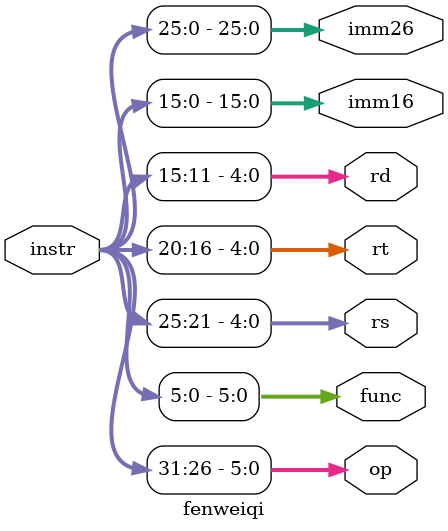
<source format=v>
`timescale 1ns / 1ps
module fenweiqi(
    input [31:0] instr,
    output [5:0] op,
    output [5:0] func,
    output [4:0] rs,
    output [4:0] rt,
    output [4:0] rd,
    output [15:0] imm16,
    output [25:0] imm26
    );
	 assign op = instr[31:26];
	 assign func = instr[5:0];
	 assign rs = instr[25:21];
	 assign rt = instr[20:16];
	 assign rd = instr[15:11];
	 assign imm16 = instr[15:0];
	 assign imm26 = instr[25:0];
	 


endmodule

</source>
